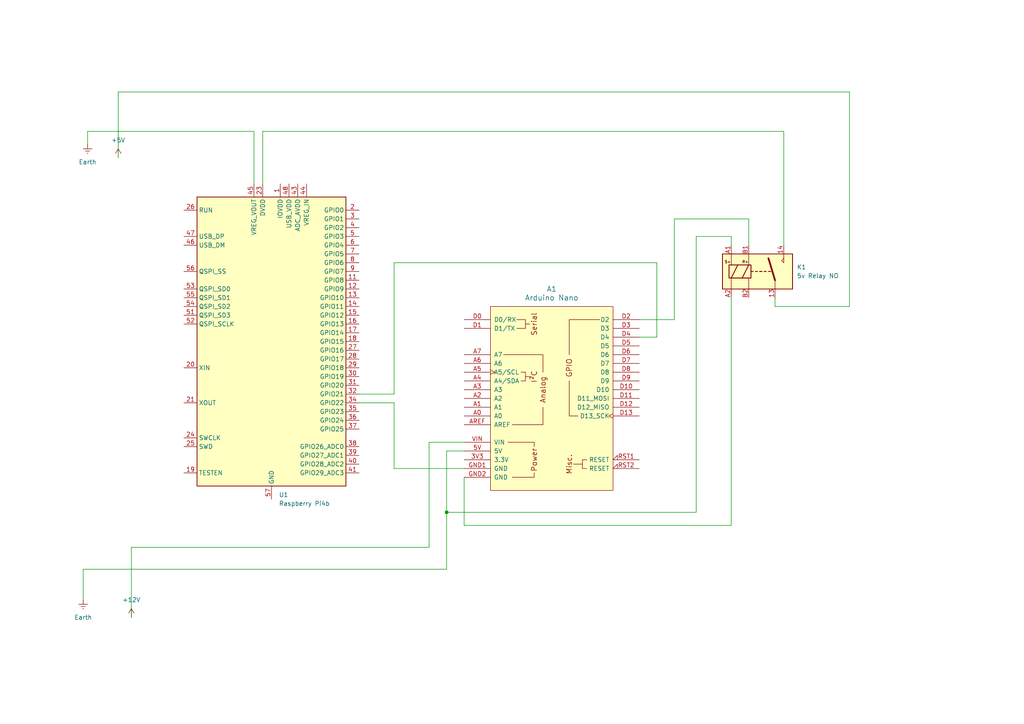
<source format=kicad_sch>
(kicad_sch
	(version 20250114)
	(generator "eeschema")
	(generator_version "9.0")
	(uuid "2323577b-cad3-4f70-b734-06368b53e30c")
	(paper "A4")
	(title_block
		(title "Arduino-based Relay to trigger cold restart of Pi")
		(rev "1.0")
	)
	(lib_symbols
		(symbol "MCU_RaspberryPi:RP2040"
			(exclude_from_sim no)
			(in_bom yes)
			(on_board yes)
			(property "Reference" "U"
				(at 17.78 45.72 0)
				(effects
					(font
						(size 1.27 1.27)
					)
				)
			)
			(property "Value" "RP2040"
				(at 17.78 43.18 0)
				(effects
					(font
						(size 1.27 1.27)
					)
				)
			)
			(property "Footprint" "Package_DFN_QFN:QFN-56-1EP_7x7mm_P0.4mm_EP3.2x3.2mm"
				(at 0 0 0)
				(effects
					(font
						(size 1.27 1.27)
					)
					(hide yes)
				)
			)
			(property "Datasheet" "https://datasheets.raspberrypi.com/rp2040/rp2040-datasheet.pdf"
				(at 0 0 0)
				(effects
					(font
						(size 1.27 1.27)
					)
					(hide yes)
				)
			)
			(property "Description" "A microcontroller by Raspberry Pi"
				(at 0 0 0)
				(effects
					(font
						(size 1.27 1.27)
					)
					(hide yes)
				)
			)
			(property "ki_keywords" "RP2040 ARM Cortex-M0+ USB"
				(at 0 0 0)
				(effects
					(font
						(size 1.27 1.27)
					)
					(hide yes)
				)
			)
			(property "ki_fp_filters" "QFN*1EP*7x7mm?P0.4mm*"
				(at 0 0 0)
				(effects
					(font
						(size 1.27 1.27)
					)
					(hide yes)
				)
			)
			(symbol "RP2040_0_1"
				(rectangle
					(start -21.59 41.91)
					(end 21.59 -41.91)
					(stroke
						(width 0.254)
						(type default)
					)
					(fill
						(type background)
					)
				)
			)
			(symbol "RP2040_1_1"
				(pin input line
					(at -25.4 38.1 0)
					(length 3.81)
					(name "RUN"
						(effects
							(font
								(size 1.27 1.27)
							)
						)
					)
					(number "26"
						(effects
							(font
								(size 1.27 1.27)
							)
						)
					)
				)
				(pin bidirectional line
					(at -25.4 30.48 0)
					(length 3.81)
					(name "USB_DP"
						(effects
							(font
								(size 1.27 1.27)
							)
						)
					)
					(number "47"
						(effects
							(font
								(size 1.27 1.27)
							)
						)
					)
				)
				(pin bidirectional line
					(at -25.4 27.94 0)
					(length 3.81)
					(name "USB_DM"
						(effects
							(font
								(size 1.27 1.27)
							)
						)
					)
					(number "46"
						(effects
							(font
								(size 1.27 1.27)
							)
						)
					)
				)
				(pin bidirectional line
					(at -25.4 20.32 0)
					(length 3.81)
					(name "QSPI_SS"
						(effects
							(font
								(size 1.27 1.27)
							)
						)
					)
					(number "56"
						(effects
							(font
								(size 1.27 1.27)
							)
						)
					)
				)
				(pin bidirectional line
					(at -25.4 15.24 0)
					(length 3.81)
					(name "QSPI_SD0"
						(effects
							(font
								(size 1.27 1.27)
							)
						)
					)
					(number "53"
						(effects
							(font
								(size 1.27 1.27)
							)
						)
					)
				)
				(pin bidirectional line
					(at -25.4 12.7 0)
					(length 3.81)
					(name "QSPI_SD1"
						(effects
							(font
								(size 1.27 1.27)
							)
						)
					)
					(number "55"
						(effects
							(font
								(size 1.27 1.27)
							)
						)
					)
				)
				(pin bidirectional line
					(at -25.4 10.16 0)
					(length 3.81)
					(name "QSPI_SD2"
						(effects
							(font
								(size 1.27 1.27)
							)
						)
					)
					(number "54"
						(effects
							(font
								(size 1.27 1.27)
							)
						)
					)
				)
				(pin bidirectional line
					(at -25.4 7.62 0)
					(length 3.81)
					(name "QSPI_SD3"
						(effects
							(font
								(size 1.27 1.27)
							)
						)
					)
					(number "51"
						(effects
							(font
								(size 1.27 1.27)
							)
						)
					)
				)
				(pin output line
					(at -25.4 5.08 0)
					(length 3.81)
					(name "QSPI_SCLK"
						(effects
							(font
								(size 1.27 1.27)
							)
						)
					)
					(number "52"
						(effects
							(font
								(size 1.27 1.27)
							)
						)
					)
				)
				(pin input line
					(at -25.4 -7.62 0)
					(length 3.81)
					(name "XIN"
						(effects
							(font
								(size 1.27 1.27)
							)
						)
					)
					(number "20"
						(effects
							(font
								(size 1.27 1.27)
							)
						)
					)
				)
				(pin passive line
					(at -25.4 -17.78 0)
					(length 3.81)
					(name "XOUT"
						(effects
							(font
								(size 1.27 1.27)
							)
						)
					)
					(number "21"
						(effects
							(font
								(size 1.27 1.27)
							)
						)
					)
				)
				(pin input line
					(at -25.4 -27.94 0)
					(length 3.81)
					(name "SWCLK"
						(effects
							(font
								(size 1.27 1.27)
							)
						)
					)
					(number "24"
						(effects
							(font
								(size 1.27 1.27)
							)
						)
					)
				)
				(pin bidirectional line
					(at -25.4 -30.48 0)
					(length 3.81)
					(name "SWD"
						(effects
							(font
								(size 1.27 1.27)
							)
						)
					)
					(number "25"
						(effects
							(font
								(size 1.27 1.27)
							)
						)
					)
				)
				(pin input line
					(at -25.4 -38.1 0)
					(length 3.81)
					(name "TESTEN"
						(effects
							(font
								(size 1.27 1.27)
							)
						)
					)
					(number "19"
						(effects
							(font
								(size 1.27 1.27)
							)
						)
					)
				)
				(pin power_out line
					(at -5.08 45.72 270)
					(length 3.81)
					(name "VREG_VOUT"
						(effects
							(font
								(size 1.27 1.27)
							)
						)
					)
					(number "45"
						(effects
							(font
								(size 1.27 1.27)
							)
						)
					)
				)
				(pin power_in line
					(at -2.54 45.72 270)
					(length 3.81)
					(name "DVDD"
						(effects
							(font
								(size 1.27 1.27)
							)
						)
					)
					(number "23"
						(effects
							(font
								(size 1.27 1.27)
							)
						)
					)
				)
				(pin passive line
					(at -2.54 45.72 270)
					(length 3.81)
					(hide yes)
					(name "DVDD"
						(effects
							(font
								(size 1.27 1.27)
							)
						)
					)
					(number "50"
						(effects
							(font
								(size 1.27 1.27)
							)
						)
					)
				)
				(pin power_in line
					(at 0 -45.72 90)
					(length 3.81)
					(name "GND"
						(effects
							(font
								(size 1.27 1.27)
							)
						)
					)
					(number "57"
						(effects
							(font
								(size 1.27 1.27)
							)
						)
					)
				)
				(pin power_in line
					(at 2.54 45.72 270)
					(length 3.81)
					(name "IOVDD"
						(effects
							(font
								(size 1.27 1.27)
							)
						)
					)
					(number "1"
						(effects
							(font
								(size 1.27 1.27)
							)
						)
					)
				)
				(pin passive line
					(at 2.54 45.72 270)
					(length 3.81)
					(hide yes)
					(name "IOVDD"
						(effects
							(font
								(size 1.27 1.27)
							)
						)
					)
					(number "10"
						(effects
							(font
								(size 1.27 1.27)
							)
						)
					)
				)
				(pin passive line
					(at 2.54 45.72 270)
					(length 3.81)
					(hide yes)
					(name "IOVDD"
						(effects
							(font
								(size 1.27 1.27)
							)
						)
					)
					(number "22"
						(effects
							(font
								(size 1.27 1.27)
							)
						)
					)
				)
				(pin passive line
					(at 2.54 45.72 270)
					(length 3.81)
					(hide yes)
					(name "IOVDD"
						(effects
							(font
								(size 1.27 1.27)
							)
						)
					)
					(number "33"
						(effects
							(font
								(size 1.27 1.27)
							)
						)
					)
				)
				(pin passive line
					(at 2.54 45.72 270)
					(length 3.81)
					(hide yes)
					(name "IOVDD"
						(effects
							(font
								(size 1.27 1.27)
							)
						)
					)
					(number "42"
						(effects
							(font
								(size 1.27 1.27)
							)
						)
					)
				)
				(pin passive line
					(at 2.54 45.72 270)
					(length 3.81)
					(hide yes)
					(name "IOVDD"
						(effects
							(font
								(size 1.27 1.27)
							)
						)
					)
					(number "49"
						(effects
							(font
								(size 1.27 1.27)
							)
						)
					)
				)
				(pin power_in line
					(at 5.08 45.72 270)
					(length 3.81)
					(name "USB_VDD"
						(effects
							(font
								(size 1.27 1.27)
							)
						)
					)
					(number "48"
						(effects
							(font
								(size 1.27 1.27)
							)
						)
					)
				)
				(pin power_in line
					(at 7.62 45.72 270)
					(length 3.81)
					(name "ADC_AVDD"
						(effects
							(font
								(size 1.27 1.27)
							)
						)
					)
					(number "43"
						(effects
							(font
								(size 1.27 1.27)
							)
						)
					)
				)
				(pin power_in line
					(at 10.16 45.72 270)
					(length 3.81)
					(name "VREG_IN"
						(effects
							(font
								(size 1.27 1.27)
							)
						)
					)
					(number "44"
						(effects
							(font
								(size 1.27 1.27)
							)
						)
					)
				)
				(pin bidirectional line
					(at 25.4 38.1 180)
					(length 3.81)
					(name "GPIO0"
						(effects
							(font
								(size 1.27 1.27)
							)
						)
					)
					(number "2"
						(effects
							(font
								(size 1.27 1.27)
							)
						)
					)
				)
				(pin bidirectional line
					(at 25.4 35.56 180)
					(length 3.81)
					(name "GPIO1"
						(effects
							(font
								(size 1.27 1.27)
							)
						)
					)
					(number "3"
						(effects
							(font
								(size 1.27 1.27)
							)
						)
					)
				)
				(pin bidirectional line
					(at 25.4 33.02 180)
					(length 3.81)
					(name "GPIO2"
						(effects
							(font
								(size 1.27 1.27)
							)
						)
					)
					(number "4"
						(effects
							(font
								(size 1.27 1.27)
							)
						)
					)
				)
				(pin bidirectional line
					(at 25.4 30.48 180)
					(length 3.81)
					(name "GPIO3"
						(effects
							(font
								(size 1.27 1.27)
							)
						)
					)
					(number "5"
						(effects
							(font
								(size 1.27 1.27)
							)
						)
					)
				)
				(pin bidirectional line
					(at 25.4 27.94 180)
					(length 3.81)
					(name "GPIO4"
						(effects
							(font
								(size 1.27 1.27)
							)
						)
					)
					(number "6"
						(effects
							(font
								(size 1.27 1.27)
							)
						)
					)
				)
				(pin bidirectional line
					(at 25.4 25.4 180)
					(length 3.81)
					(name "GPIO5"
						(effects
							(font
								(size 1.27 1.27)
							)
						)
					)
					(number "7"
						(effects
							(font
								(size 1.27 1.27)
							)
						)
					)
				)
				(pin bidirectional line
					(at 25.4 22.86 180)
					(length 3.81)
					(name "GPIO6"
						(effects
							(font
								(size 1.27 1.27)
							)
						)
					)
					(number "8"
						(effects
							(font
								(size 1.27 1.27)
							)
						)
					)
				)
				(pin bidirectional line
					(at 25.4 20.32 180)
					(length 3.81)
					(name "GPIO7"
						(effects
							(font
								(size 1.27 1.27)
							)
						)
					)
					(number "9"
						(effects
							(font
								(size 1.27 1.27)
							)
						)
					)
				)
				(pin bidirectional line
					(at 25.4 17.78 180)
					(length 3.81)
					(name "GPIO8"
						(effects
							(font
								(size 1.27 1.27)
							)
						)
					)
					(number "11"
						(effects
							(font
								(size 1.27 1.27)
							)
						)
					)
				)
				(pin bidirectional line
					(at 25.4 15.24 180)
					(length 3.81)
					(name "GPIO9"
						(effects
							(font
								(size 1.27 1.27)
							)
						)
					)
					(number "12"
						(effects
							(font
								(size 1.27 1.27)
							)
						)
					)
				)
				(pin bidirectional line
					(at 25.4 12.7 180)
					(length 3.81)
					(name "GPIO10"
						(effects
							(font
								(size 1.27 1.27)
							)
						)
					)
					(number "13"
						(effects
							(font
								(size 1.27 1.27)
							)
						)
					)
				)
				(pin bidirectional line
					(at 25.4 10.16 180)
					(length 3.81)
					(name "GPIO11"
						(effects
							(font
								(size 1.27 1.27)
							)
						)
					)
					(number "14"
						(effects
							(font
								(size 1.27 1.27)
							)
						)
					)
				)
				(pin bidirectional line
					(at 25.4 7.62 180)
					(length 3.81)
					(name "GPIO12"
						(effects
							(font
								(size 1.27 1.27)
							)
						)
					)
					(number "15"
						(effects
							(font
								(size 1.27 1.27)
							)
						)
					)
				)
				(pin bidirectional line
					(at 25.4 5.08 180)
					(length 3.81)
					(name "GPIO13"
						(effects
							(font
								(size 1.27 1.27)
							)
						)
					)
					(number "16"
						(effects
							(font
								(size 1.27 1.27)
							)
						)
					)
				)
				(pin bidirectional line
					(at 25.4 2.54 180)
					(length 3.81)
					(name "GPIO14"
						(effects
							(font
								(size 1.27 1.27)
							)
						)
					)
					(number "17"
						(effects
							(font
								(size 1.27 1.27)
							)
						)
					)
				)
				(pin bidirectional line
					(at 25.4 0 180)
					(length 3.81)
					(name "GPIO15"
						(effects
							(font
								(size 1.27 1.27)
							)
						)
					)
					(number "18"
						(effects
							(font
								(size 1.27 1.27)
							)
						)
					)
				)
				(pin bidirectional line
					(at 25.4 -2.54 180)
					(length 3.81)
					(name "GPIO16"
						(effects
							(font
								(size 1.27 1.27)
							)
						)
					)
					(number "27"
						(effects
							(font
								(size 1.27 1.27)
							)
						)
					)
				)
				(pin bidirectional line
					(at 25.4 -5.08 180)
					(length 3.81)
					(name "GPIO17"
						(effects
							(font
								(size 1.27 1.27)
							)
						)
					)
					(number "28"
						(effects
							(font
								(size 1.27 1.27)
							)
						)
					)
				)
				(pin bidirectional line
					(at 25.4 -7.62 180)
					(length 3.81)
					(name "GPIO18"
						(effects
							(font
								(size 1.27 1.27)
							)
						)
					)
					(number "29"
						(effects
							(font
								(size 1.27 1.27)
							)
						)
					)
				)
				(pin bidirectional line
					(at 25.4 -10.16 180)
					(length 3.81)
					(name "GPIO19"
						(effects
							(font
								(size 1.27 1.27)
							)
						)
					)
					(number "30"
						(effects
							(font
								(size 1.27 1.27)
							)
						)
					)
				)
				(pin bidirectional line
					(at 25.4 -12.7 180)
					(length 3.81)
					(name "GPIO20"
						(effects
							(font
								(size 1.27 1.27)
							)
						)
					)
					(number "31"
						(effects
							(font
								(size 1.27 1.27)
							)
						)
					)
				)
				(pin bidirectional line
					(at 25.4 -15.24 180)
					(length 3.81)
					(name "GPIO21"
						(effects
							(font
								(size 1.27 1.27)
							)
						)
					)
					(number "32"
						(effects
							(font
								(size 1.27 1.27)
							)
						)
					)
				)
				(pin bidirectional line
					(at 25.4 -17.78 180)
					(length 3.81)
					(name "GPIO22"
						(effects
							(font
								(size 1.27 1.27)
							)
						)
					)
					(number "34"
						(effects
							(font
								(size 1.27 1.27)
							)
						)
					)
				)
				(pin bidirectional line
					(at 25.4 -20.32 180)
					(length 3.81)
					(name "GPIO23"
						(effects
							(font
								(size 1.27 1.27)
							)
						)
					)
					(number "35"
						(effects
							(font
								(size 1.27 1.27)
							)
						)
					)
				)
				(pin bidirectional line
					(at 25.4 -22.86 180)
					(length 3.81)
					(name "GPIO24"
						(effects
							(font
								(size 1.27 1.27)
							)
						)
					)
					(number "36"
						(effects
							(font
								(size 1.27 1.27)
							)
						)
					)
				)
				(pin bidirectional line
					(at 25.4 -25.4 180)
					(length 3.81)
					(name "GPIO25"
						(effects
							(font
								(size 1.27 1.27)
							)
						)
					)
					(number "37"
						(effects
							(font
								(size 1.27 1.27)
							)
						)
					)
				)
				(pin bidirectional line
					(at 25.4 -30.48 180)
					(length 3.81)
					(name "GPIO26_ADC0"
						(effects
							(font
								(size 1.27 1.27)
							)
						)
					)
					(number "38"
						(effects
							(font
								(size 1.27 1.27)
							)
						)
					)
				)
				(pin bidirectional line
					(at 25.4 -33.02 180)
					(length 3.81)
					(name "GPIO27_ADC1"
						(effects
							(font
								(size 1.27 1.27)
							)
						)
					)
					(number "39"
						(effects
							(font
								(size 1.27 1.27)
							)
						)
					)
				)
				(pin bidirectional line
					(at 25.4 -35.56 180)
					(length 3.81)
					(name "GPIO28_ADC2"
						(effects
							(font
								(size 1.27 1.27)
							)
						)
					)
					(number "40"
						(effects
							(font
								(size 1.27 1.27)
							)
						)
					)
				)
				(pin bidirectional line
					(at 25.4 -38.1 180)
					(length 3.81)
					(name "GPIO29_ADC3"
						(effects
							(font
								(size 1.27 1.27)
							)
						)
					)
					(number "41"
						(effects
							(font
								(size 1.27 1.27)
							)
						)
					)
				)
			)
			(embedded_fonts no)
		)
		(symbol "PCM_arduino-library:Arduino_Nano_Every_Socket"
			(pin_names
				(offset 1.016)
			)
			(exclude_from_sim no)
			(in_bom yes)
			(on_board yes)
			(property "Reference" "A"
				(at 0 33.02 0)
				(effects
					(font
						(size 1.524 1.524)
					)
				)
			)
			(property "Value" "Arduino_Nano_Every_Socket"
				(at 0 29.21 0)
				(effects
					(font
						(size 1.524 1.524)
					)
				)
			)
			(property "Footprint" "PCM_arduino-library:Arduino_Nano_Every_Socket"
				(at 0 -34.29 0)
				(effects
					(font
						(size 1.524 1.524)
					)
					(hide yes)
				)
			)
			(property "Datasheet" "https://docs.arduino.cc/hardware/nano-every"
				(at 0 -30.48 0)
				(effects
					(font
						(size 1.524 1.524)
					)
					(hide yes)
				)
			)
			(property "Description" "Socket for Arduino Nano Every"
				(at 0 0 0)
				(effects
					(font
						(size 1.27 1.27)
					)
					(hide yes)
				)
			)
			(property "ki_keywords" "Arduino MPU Shield"
				(at 0 0 0)
				(effects
					(font
						(size 1.27 1.27)
					)
					(hide yes)
				)
			)
			(property "ki_fp_filters" "Arduino_Nano_Every_Socket"
				(at 0 0 0)
				(effects
					(font
						(size 1.27 1.27)
					)
					(hide yes)
				)
			)
			(symbol "Arduino_Nano_Every_Socket_0_0"
				(rectangle
					(start -17.78 26.67)
					(end 17.78 -26.67)
					(stroke
						(width 0)
						(type default)
					)
					(fill
						(type background)
					)
				)
				(polyline
					(pts
						(xy -11.43 -22.86) (xy -5.08 -22.86) (xy -5.08 -21.59)
					)
					(stroke
						(width 0)
						(type default)
					)
					(fill
						(type none)
					)
				)
				(polyline
					(pts
						(xy -10.16 22.86) (xy -7.62 22.86) (xy -7.62 20.32) (xy -10.16 20.32)
					)
					(stroke
						(width 0)
						(type default)
					)
					(fill
						(type none)
					)
				)
				(polyline
					(pts
						(xy -8.89 7.62) (xy -7.62 7.62) (xy -7.62 5.08) (xy -8.89 5.08)
					)
					(stroke
						(width 0)
						(type default)
					)
					(fill
						(type none)
					)
				)
				(polyline
					(pts
						(xy -7.62 21.59) (xy -6.35 21.59)
					)
					(stroke
						(width 0)
						(type default)
					)
					(fill
						(type none)
					)
				)
				(polyline
					(pts
						(xy -7.62 6.35) (xy -6.35 6.35)
					)
					(stroke
						(width 0)
						(type default)
					)
					(fill
						(type none)
					)
				)
				(polyline
					(pts
						(xy -5.08 -13.97) (xy -5.08 -12.7) (xy -12.7 -12.7)
					)
					(stroke
						(width 0)
						(type default)
					)
					(fill
						(type none)
					)
				)
				(polyline
					(pts
						(xy 8.89 -19.05) (xy 6.35 -19.05)
					)
					(stroke
						(width 0)
						(type default)
					)
					(fill
						(type none)
					)
				)
				(text "Serial"
					(at -5.08 21.59 900)
					(effects
						(font
							(size 1.524 1.524)
						)
					)
				)
				(text "I²C"
					(at -5.08 6.35 900)
					(effects
						(font
							(size 1.524 1.524)
						)
					)
				)
				(text "Power"
					(at -5.08 -17.78 900)
					(effects
						(font
							(size 1.524 1.524)
						)
					)
				)
				(text "Analog"
					(at -2.54 2.54 900)
					(effects
						(font
							(size 1.524 1.524)
						)
					)
				)
				(text "Misc."
					(at 5.08 -19.05 900)
					(effects
						(font
							(size 1.524 1.524)
						)
					)
				)
			)
			(symbol "Arduino_Nano_Every_Socket_0_1"
				(polyline
					(pts
						(xy -13.97 12.7) (xy -2.54 12.7) (xy -2.54 7.62)
					)
					(stroke
						(width 0)
						(type default)
					)
					(fill
						(type none)
					)
				)
				(polyline
					(pts
						(xy -11.43 -7.62) (xy -2.54 -7.62) (xy -2.54 -2.54)
					)
					(stroke
						(width 0)
						(type default)
					)
					(fill
						(type none)
					)
				)
				(polyline
					(pts
						(xy 7.62 -5.08) (xy 5.08 -5.08) (xy 5.08 5.08)
					)
					(stroke
						(width 0)
						(type default)
					)
					(fill
						(type none)
					)
				)
				(polyline
					(pts
						(xy 10.16 -17.78) (xy 8.89 -17.78) (xy 8.89 -20.32) (xy 10.16 -20.32)
					)
					(stroke
						(width 0)
						(type default)
					)
					(fill
						(type none)
					)
				)
				(polyline
					(pts
						(xy 13.97 22.86) (xy 5.08 22.86) (xy 5.08 12.7)
					)
					(stroke
						(width 0)
						(type default)
					)
					(fill
						(type none)
					)
				)
			)
			(symbol "Arduino_Nano_Every_Socket_1_0"
				(text "GPIO"
					(at 5.08 8.89 900)
					(effects
						(font
							(size 1.524 1.524)
						)
					)
				)
			)
			(symbol "Arduino_Nano_Every_Socket_1_1"
				(pin bidirectional line
					(at -25.4 22.86 0)
					(length 7.62)
					(name "D0/RX"
						(effects
							(font
								(size 1.27 1.27)
							)
						)
					)
					(number "D0"
						(effects
							(font
								(size 1.27 1.27)
							)
						)
					)
				)
				(pin bidirectional line
					(at -25.4 20.32 0)
					(length 7.62)
					(name "D1/TX"
						(effects
							(font
								(size 1.27 1.27)
							)
						)
					)
					(number "D1"
						(effects
							(font
								(size 1.27 1.27)
							)
						)
					)
				)
				(pin input line
					(at -25.4 12.7 0)
					(length 7.62)
					(name "A7"
						(effects
							(font
								(size 1.27 1.27)
							)
						)
					)
					(number "A7"
						(effects
							(font
								(size 1.27 1.27)
							)
						)
					)
				)
				(pin input line
					(at -25.4 10.16 0)
					(length 7.62)
					(name "A6"
						(effects
							(font
								(size 1.27 1.27)
							)
						)
					)
					(number "A6"
						(effects
							(font
								(size 1.27 1.27)
							)
						)
					)
				)
				(pin bidirectional clock
					(at -25.4 7.62 0)
					(length 7.62)
					(name "A5/SCL"
						(effects
							(font
								(size 1.27 1.27)
							)
						)
					)
					(number "A5"
						(effects
							(font
								(size 1.27 1.27)
							)
						)
					)
				)
				(pin bidirectional line
					(at -25.4 5.08 0)
					(length 7.62)
					(name "A4/SDA"
						(effects
							(font
								(size 1.27 1.27)
							)
						)
					)
					(number "A4"
						(effects
							(font
								(size 1.27 1.27)
							)
						)
					)
				)
				(pin bidirectional line
					(at -25.4 2.54 0)
					(length 7.62)
					(name "A3"
						(effects
							(font
								(size 1.27 1.27)
							)
						)
					)
					(number "A3"
						(effects
							(font
								(size 1.27 1.27)
							)
						)
					)
				)
				(pin bidirectional line
					(at -25.4 0 0)
					(length 7.62)
					(name "A2"
						(effects
							(font
								(size 1.27 1.27)
							)
						)
					)
					(number "A2"
						(effects
							(font
								(size 1.27 1.27)
							)
						)
					)
				)
				(pin bidirectional line
					(at -25.4 -2.54 0)
					(length 7.62)
					(name "A1"
						(effects
							(font
								(size 1.27 1.27)
							)
						)
					)
					(number "A1"
						(effects
							(font
								(size 1.27 1.27)
							)
						)
					)
				)
				(pin bidirectional line
					(at -25.4 -5.08 0)
					(length 7.62)
					(name "A0"
						(effects
							(font
								(size 1.27 1.27)
							)
						)
					)
					(number "A0"
						(effects
							(font
								(size 1.27 1.27)
							)
						)
					)
				)
				(pin input line
					(at -25.4 -7.62 0)
					(length 7.62)
					(name "AREF"
						(effects
							(font
								(size 1.27 1.27)
							)
						)
					)
					(number "AREF"
						(effects
							(font
								(size 1.27 1.27)
							)
						)
					)
				)
				(pin power_in line
					(at -25.4 -12.7 0)
					(length 7.62)
					(name "VIN"
						(effects
							(font
								(size 1.27 1.27)
							)
						)
					)
					(number "VIN"
						(effects
							(font
								(size 1.27 1.27)
							)
						)
					)
				)
				(pin power_in line
					(at -25.4 -15.24 0)
					(length 7.62)
					(name "5V"
						(effects
							(font
								(size 1.27 1.27)
							)
						)
					)
					(number "5V"
						(effects
							(font
								(size 1.27 1.27)
							)
						)
					)
				)
				(pin power_out line
					(at -25.4 -17.78 0)
					(length 7.62)
					(name "3.3V"
						(effects
							(font
								(size 1.27 1.27)
							)
						)
					)
					(number "3V3"
						(effects
							(font
								(size 1.27 1.27)
							)
						)
					)
				)
				(pin power_in line
					(at -25.4 -20.32 0)
					(length 7.62)
					(name "GND"
						(effects
							(font
								(size 1.27 1.27)
							)
						)
					)
					(number "GND1"
						(effects
							(font
								(size 1.27 1.27)
							)
						)
					)
				)
				(pin power_in line
					(at -25.4 -22.86 0)
					(length 7.62)
					(name "GND"
						(effects
							(font
								(size 1.27 1.27)
							)
						)
					)
					(number "GND2"
						(effects
							(font
								(size 1.27 1.27)
							)
						)
					)
				)
				(pin bidirectional line
					(at 25.4 22.86 180)
					(length 7.62)
					(name "D2"
						(effects
							(font
								(size 1.27 1.27)
							)
						)
					)
					(number "D2"
						(effects
							(font
								(size 1.27 1.27)
							)
						)
					)
				)
				(pin bidirectional line
					(at 25.4 20.32 180)
					(length 7.62)
					(name "D3"
						(effects
							(font
								(size 1.27 1.27)
							)
						)
					)
					(number "D3"
						(effects
							(font
								(size 1.27 1.27)
							)
						)
					)
				)
				(pin bidirectional line
					(at 25.4 17.78 180)
					(length 7.62)
					(name "D4"
						(effects
							(font
								(size 1.27 1.27)
							)
						)
					)
					(number "D4"
						(effects
							(font
								(size 1.27 1.27)
							)
						)
					)
				)
				(pin bidirectional line
					(at 25.4 15.24 180)
					(length 7.62)
					(name "D5"
						(effects
							(font
								(size 1.27 1.27)
							)
						)
					)
					(number "D5"
						(effects
							(font
								(size 1.27 1.27)
							)
						)
					)
				)
				(pin bidirectional line
					(at 25.4 12.7 180)
					(length 7.62)
					(name "D6"
						(effects
							(font
								(size 1.27 1.27)
							)
						)
					)
					(number "D6"
						(effects
							(font
								(size 1.27 1.27)
							)
						)
					)
				)
				(pin bidirectional line
					(at 25.4 10.16 180)
					(length 7.62)
					(name "D7"
						(effects
							(font
								(size 1.27 1.27)
							)
						)
					)
					(number "D7"
						(effects
							(font
								(size 1.27 1.27)
							)
						)
					)
				)
				(pin bidirectional line
					(at 25.4 7.62 180)
					(length 7.62)
					(name "D8"
						(effects
							(font
								(size 1.27 1.27)
							)
						)
					)
					(number "D8"
						(effects
							(font
								(size 1.27 1.27)
							)
						)
					)
				)
				(pin bidirectional line
					(at 25.4 5.08 180)
					(length 7.62)
					(name "D9"
						(effects
							(font
								(size 1.27 1.27)
							)
						)
					)
					(number "D9"
						(effects
							(font
								(size 1.27 1.27)
							)
						)
					)
				)
				(pin bidirectional line
					(at 25.4 2.54 180)
					(length 7.62)
					(name "D10"
						(effects
							(font
								(size 1.27 1.27)
							)
						)
					)
					(number "D10"
						(effects
							(font
								(size 1.27 1.27)
							)
						)
					)
				)
				(pin bidirectional line
					(at 25.4 0 180)
					(length 7.62)
					(name "D11_MOSI"
						(effects
							(font
								(size 1.27 1.27)
							)
						)
					)
					(number "D11"
						(effects
							(font
								(size 1.27 1.27)
							)
						)
					)
				)
				(pin bidirectional line
					(at 25.4 -2.54 180)
					(length 7.62)
					(name "D12_MISO"
						(effects
							(font
								(size 1.27 1.27)
							)
						)
					)
					(number "D12"
						(effects
							(font
								(size 1.27 1.27)
							)
						)
					)
				)
				(pin bidirectional clock
					(at 25.4 -5.08 180)
					(length 7.62)
					(name "D13_SCK"
						(effects
							(font
								(size 1.27 1.27)
							)
						)
					)
					(number "D13"
						(effects
							(font
								(size 1.27 1.27)
							)
						)
					)
				)
				(pin open_collector input_low
					(at 25.4 -17.78 180)
					(length 7.62)
					(name "RESET"
						(effects
							(font
								(size 1.27 1.27)
							)
						)
					)
					(number "RST1"
						(effects
							(font
								(size 1.27 1.27)
							)
						)
					)
				)
				(pin open_collector input_low
					(at 25.4 -20.32 180)
					(length 7.62)
					(name "RESET"
						(effects
							(font
								(size 1.27 1.27)
							)
						)
					)
					(number "RST2"
						(effects
							(font
								(size 1.27 1.27)
							)
						)
					)
				)
			)
			(embedded_fonts no)
		)
		(symbol "Relay:Relay_SPST_Latching_2coil"
			(exclude_from_sim no)
			(in_bom yes)
			(on_board yes)
			(property "Reference" "K"
				(at 12.065 3.81 0)
				(effects
					(font
						(size 1.27 1.27)
					)
				)
			)
			(property "Value" "Relay_SPST_Latching_2coil"
				(at 11.43 1.27 0)
				(effects
					(font
						(size 1.27 1.27)
					)
					(justify left)
				)
			)
			(property "Footprint" ""
				(at 33.655 -1.27 0)
				(effects
					(font
						(size 1.27 1.27)
					)
					(hide yes)
				)
			)
			(property "Datasheet" "~"
				(at 0 0 0)
				(effects
					(font
						(size 1.27 1.27)
					)
					(justify left)
					(hide yes)
				)
			)
			(property "Description" "Relay SPST, bistable, double-coil, EN50005"
				(at 0 0 0)
				(effects
					(font
						(size 1.27 1.27)
					)
					(hide yes)
				)
			)
			(property "ki_keywords" "1P1T single pole throw latching"
				(at 0 0 0)
				(effects
					(font
						(size 1.27 1.27)
					)
					(hide yes)
				)
			)
			(property "ki_fp_filters" "Relay?SPST*"
				(at 0 0 0)
				(effects
					(font
						(size 1.27 1.27)
					)
					(hide yes)
				)
			)
			(symbol "Relay_SPST_Latching_2coil_0_1"
				(polyline
					(pts
						(xy -7.62 5.08) (xy -7.62 1.905)
					)
					(stroke
						(width 0)
						(type default)
					)
					(fill
						(type none)
					)
				)
				(polyline
					(pts
						(xy -7.62 -5.08) (xy -7.62 -1.905)
					)
					(stroke
						(width 0)
						(type default)
					)
					(fill
						(type none)
					)
				)
				(polyline
					(pts
						(xy -2.54 5.08) (xy -2.54 1.905)
					)
					(stroke
						(width 0)
						(type default)
					)
					(fill
						(type none)
					)
				)
				(polyline
					(pts
						(xy -2.54 -5.08) (xy -2.54 -1.905)
					)
					(stroke
						(width 0)
						(type default)
					)
					(fill
						(type none)
					)
				)
			)
			(symbol "Relay_SPST_Latching_2coil_1_0"
				(text "S+"
					(at -8.636 2.794 0)
					(effects
						(font
							(size 0.762 0.762)
						)
					)
				)
				(text "R+"
					(at -3.556 2.794 0)
					(effects
						(font
							(size 0.762 0.762)
						)
					)
				)
			)
			(symbol "Relay_SPST_Latching_2coil_1_1"
				(rectangle
					(start -10.16 5.08)
					(end 10.16 -5.08)
					(stroke
						(width 0.254)
						(type default)
					)
					(fill
						(type background)
					)
				)
				(rectangle
					(start -8.255 1.905)
					(end -1.905 -1.905)
					(stroke
						(width 0.254)
						(type default)
					)
					(fill
						(type none)
					)
				)
				(polyline
					(pts
						(xy -7.62 -1.905) (xy -5.715 1.905)
					)
					(stroke
						(width 0.254)
						(type default)
					)
					(fill
						(type none)
					)
				)
				(polyline
					(pts
						(xy -4.445 -1.905) (xy -2.54 1.905)
					)
					(stroke
						(width 0.254)
						(type default)
					)
					(fill
						(type none)
					)
				)
				(polyline
					(pts
						(xy -1.905 0) (xy -1.27 0)
					)
					(stroke
						(width 0.254)
						(type default)
					)
					(fill
						(type none)
					)
				)
				(polyline
					(pts
						(xy -0.635 0) (xy 0 0)
					)
					(stroke
						(width 0.254)
						(type default)
					)
					(fill
						(type none)
					)
				)
				(polyline
					(pts
						(xy 0.635 0) (xy 1.27 0)
					)
					(stroke
						(width 0.254)
						(type default)
					)
					(fill
						(type none)
					)
				)
				(polyline
					(pts
						(xy 0.635 0) (xy 1.27 0)
					)
					(stroke
						(width 0.254)
						(type default)
					)
					(fill
						(type none)
					)
				)
				(polyline
					(pts
						(xy 1.905 0) (xy 2.54 0)
					)
					(stroke
						(width 0.254)
						(type default)
					)
					(fill
						(type none)
					)
				)
				(polyline
					(pts
						(xy 3.175 0) (xy 3.81 0)
					)
					(stroke
						(width 0.254)
						(type default)
					)
					(fill
						(type none)
					)
				)
				(polyline
					(pts
						(xy 5.08 -2.54) (xy 3.175 3.81)
					)
					(stroke
						(width 0.508)
						(type default)
					)
					(fill
						(type none)
					)
				)
				(polyline
					(pts
						(xy 5.08 -2.54) (xy 5.08 -5.08)
					)
					(stroke
						(width 0)
						(type default)
					)
					(fill
						(type none)
					)
				)
				(polyline
					(pts
						(xy 7.62 3.81) (xy 7.62 5.08)
					)
					(stroke
						(width 0)
						(type default)
					)
					(fill
						(type none)
					)
				)
				(polyline
					(pts
						(xy 7.62 3.81) (xy 7.62 2.54) (xy 6.985 3.175) (xy 7.62 3.81)
					)
					(stroke
						(width 0)
						(type default)
					)
					(fill
						(type none)
					)
				)
				(pin passive line
					(at -7.62 7.62 270)
					(length 2.54)
					(name "~"
						(effects
							(font
								(size 1.27 1.27)
							)
						)
					)
					(number "A1"
						(effects
							(font
								(size 1.27 1.27)
							)
						)
					)
				)
				(pin passive line
					(at -7.62 -7.62 90)
					(length 2.54)
					(name "~"
						(effects
							(font
								(size 1.27 1.27)
							)
						)
					)
					(number "A2"
						(effects
							(font
								(size 1.27 1.27)
							)
						)
					)
				)
				(pin passive line
					(at -2.54 7.62 270)
					(length 2.54)
					(name "~"
						(effects
							(font
								(size 1.27 1.27)
							)
						)
					)
					(number "B1"
						(effects
							(font
								(size 1.27 1.27)
							)
						)
					)
				)
				(pin passive line
					(at -2.54 -7.62 90)
					(length 2.54)
					(name "~"
						(effects
							(font
								(size 1.27 1.27)
							)
						)
					)
					(number "B2"
						(effects
							(font
								(size 1.27 1.27)
							)
						)
					)
				)
				(pin passive line
					(at 5.08 -7.62 90)
					(length 2.54)
					(name "~"
						(effects
							(font
								(size 1.27 1.27)
							)
						)
					)
					(number "13"
						(effects
							(font
								(size 1.27 1.27)
							)
						)
					)
				)
				(pin passive line
					(at 7.62 7.62 270)
					(length 2.54)
					(name "~"
						(effects
							(font
								(size 1.27 1.27)
							)
						)
					)
					(number "14"
						(effects
							(font
								(size 1.27 1.27)
							)
						)
					)
				)
			)
			(embedded_fonts no)
		)
		(symbol "power:+12V"
			(power)
			(pin_numbers
				(hide yes)
			)
			(pin_names
				(offset 0)
				(hide yes)
			)
			(exclude_from_sim no)
			(in_bom yes)
			(on_board yes)
			(property "Reference" "#PWR"
				(at 0 -3.81 0)
				(effects
					(font
						(size 1.27 1.27)
					)
					(hide yes)
				)
			)
			(property "Value" "+12V"
				(at 0 3.556 0)
				(effects
					(font
						(size 1.27 1.27)
					)
				)
			)
			(property "Footprint" ""
				(at 0 0 0)
				(effects
					(font
						(size 1.27 1.27)
					)
					(hide yes)
				)
			)
			(property "Datasheet" ""
				(at 0 0 0)
				(effects
					(font
						(size 1.27 1.27)
					)
					(hide yes)
				)
			)
			(property "Description" "Power symbol creates a global label with name \"+12V\""
				(at 0 0 0)
				(effects
					(font
						(size 1.27 1.27)
					)
					(hide yes)
				)
			)
			(property "ki_keywords" "global power"
				(at 0 0 0)
				(effects
					(font
						(size 1.27 1.27)
					)
					(hide yes)
				)
			)
			(symbol "+12V_0_1"
				(polyline
					(pts
						(xy -0.762 1.27) (xy 0 2.54)
					)
					(stroke
						(width 0)
						(type default)
					)
					(fill
						(type none)
					)
				)
				(polyline
					(pts
						(xy 0 2.54) (xy 0.762 1.27)
					)
					(stroke
						(width 0)
						(type default)
					)
					(fill
						(type none)
					)
				)
				(polyline
					(pts
						(xy 0 0) (xy 0 2.54)
					)
					(stroke
						(width 0)
						(type default)
					)
					(fill
						(type none)
					)
				)
			)
			(symbol "+12V_1_1"
				(pin power_in line
					(at 0 0 90)
					(length 0)
					(name "~"
						(effects
							(font
								(size 1.27 1.27)
							)
						)
					)
					(number "1"
						(effects
							(font
								(size 1.27 1.27)
							)
						)
					)
				)
			)
			(embedded_fonts no)
		)
		(symbol "power:+5V"
			(power)
			(pin_numbers
				(hide yes)
			)
			(pin_names
				(offset 0)
				(hide yes)
			)
			(exclude_from_sim no)
			(in_bom yes)
			(on_board yes)
			(property "Reference" "#PWR"
				(at 0 -3.81 0)
				(effects
					(font
						(size 1.27 1.27)
					)
					(hide yes)
				)
			)
			(property "Value" "+5V"
				(at 0 3.556 0)
				(effects
					(font
						(size 1.27 1.27)
					)
				)
			)
			(property "Footprint" ""
				(at 0 0 0)
				(effects
					(font
						(size 1.27 1.27)
					)
					(hide yes)
				)
			)
			(property "Datasheet" ""
				(at 0 0 0)
				(effects
					(font
						(size 1.27 1.27)
					)
					(hide yes)
				)
			)
			(property "Description" "Power symbol creates a global label with name \"+5V\""
				(at 0 0 0)
				(effects
					(font
						(size 1.27 1.27)
					)
					(hide yes)
				)
			)
			(property "ki_keywords" "global power"
				(at 0 0 0)
				(effects
					(font
						(size 1.27 1.27)
					)
					(hide yes)
				)
			)
			(symbol "+5V_0_1"
				(polyline
					(pts
						(xy -0.762 1.27) (xy 0 2.54)
					)
					(stroke
						(width 0)
						(type default)
					)
					(fill
						(type none)
					)
				)
				(polyline
					(pts
						(xy 0 2.54) (xy 0.762 1.27)
					)
					(stroke
						(width 0)
						(type default)
					)
					(fill
						(type none)
					)
				)
				(polyline
					(pts
						(xy 0 0) (xy 0 2.54)
					)
					(stroke
						(width 0)
						(type default)
					)
					(fill
						(type none)
					)
				)
			)
			(symbol "+5V_1_1"
				(pin power_in line
					(at 0 0 90)
					(length 0)
					(name "~"
						(effects
							(font
								(size 1.27 1.27)
							)
						)
					)
					(number "1"
						(effects
							(font
								(size 1.27 1.27)
							)
						)
					)
				)
			)
			(embedded_fonts no)
		)
		(symbol "power:Earth"
			(power)
			(pin_numbers
				(hide yes)
			)
			(pin_names
				(offset 0)
				(hide yes)
			)
			(exclude_from_sim no)
			(in_bom yes)
			(on_board yes)
			(property "Reference" "#PWR"
				(at 0 -6.35 0)
				(effects
					(font
						(size 1.27 1.27)
					)
					(hide yes)
				)
			)
			(property "Value" "Earth"
				(at 0 -3.81 0)
				(effects
					(font
						(size 1.27 1.27)
					)
				)
			)
			(property "Footprint" ""
				(at 0 0 0)
				(effects
					(font
						(size 1.27 1.27)
					)
					(hide yes)
				)
			)
			(property "Datasheet" "~"
				(at 0 0 0)
				(effects
					(font
						(size 1.27 1.27)
					)
					(hide yes)
				)
			)
			(property "Description" "Power symbol creates a global label with name \"Earth\""
				(at 0 0 0)
				(effects
					(font
						(size 1.27 1.27)
					)
					(hide yes)
				)
			)
			(property "ki_keywords" "global ground gnd"
				(at 0 0 0)
				(effects
					(font
						(size 1.27 1.27)
					)
					(hide yes)
				)
			)
			(symbol "Earth_0_1"
				(polyline
					(pts
						(xy -0.635 -1.905) (xy 0.635 -1.905)
					)
					(stroke
						(width 0)
						(type default)
					)
					(fill
						(type none)
					)
				)
				(polyline
					(pts
						(xy -0.127 -2.54) (xy 0.127 -2.54)
					)
					(stroke
						(width 0)
						(type default)
					)
					(fill
						(type none)
					)
				)
				(polyline
					(pts
						(xy 0 -1.27) (xy 0 0)
					)
					(stroke
						(width 0)
						(type default)
					)
					(fill
						(type none)
					)
				)
				(polyline
					(pts
						(xy 1.27 -1.27) (xy -1.27 -1.27)
					)
					(stroke
						(width 0)
						(type default)
					)
					(fill
						(type none)
					)
				)
			)
			(symbol "Earth_1_1"
				(pin power_in line
					(at 0 0 270)
					(length 0)
					(name "~"
						(effects
							(font
								(size 1.27 1.27)
							)
						)
					)
					(number "1"
						(effects
							(font
								(size 1.27 1.27)
							)
						)
					)
				)
			)
			(embedded_fonts no)
		)
	)
	(junction
		(at 129.54 148.59)
		(diameter 0)
		(color 0 0 0 0)
		(uuid "78c0a266-6f69-4795-8468-c1561f09783d")
	)
	(wire
		(pts
			(xy 190.5 97.79) (xy 185.42 97.79)
		)
		(stroke
			(width 0)
			(type default)
		)
		(uuid "17f28d0f-663b-471c-a8d0-c471eee631dc")
	)
	(wire
		(pts
			(xy 190.5 76.2) (xy 190.5 97.79)
		)
		(stroke
			(width 0)
			(type default)
		)
		(uuid "1c3d8e7a-a2ee-4d5b-a110-75f12fd168ad")
	)
	(wire
		(pts
			(xy 38.1 179.07) (xy 38.1 158.75)
		)
		(stroke
			(width 0)
			(type default)
		)
		(uuid "258b4813-caf3-4267-8138-ad2faa0a5e38")
	)
	(wire
		(pts
			(xy 129.54 165.1) (xy 129.54 148.59)
		)
		(stroke
			(width 0)
			(type default)
		)
		(uuid "27eea937-e071-4502-9874-5da07d50d408")
	)
	(wire
		(pts
			(xy 227.33 71.12) (xy 227.33 38.1)
		)
		(stroke
			(width 0)
			(type default)
		)
		(uuid "30db86ae-66a1-42c0-9ba9-da77b4180d55")
	)
	(wire
		(pts
			(xy 25.4 38.1) (xy 25.4 41.91)
		)
		(stroke
			(width 0)
			(type default)
		)
		(uuid "32a19296-44c1-4a26-b4a3-4c675413c820")
	)
	(wire
		(pts
			(xy 34.29 45.72) (xy 34.29 26.67)
		)
		(stroke
			(width 0)
			(type default)
		)
		(uuid "36efde22-557c-48c0-864b-9c1e017a8831")
	)
	(wire
		(pts
			(xy 76.2 38.1) (xy 76.2 53.34)
		)
		(stroke
			(width 0)
			(type default)
		)
		(uuid "37a96674-273a-45cb-a5cd-3a50f46d783e")
	)
	(wire
		(pts
			(xy 217.17 63.5) (xy 217.17 71.12)
		)
		(stroke
			(width 0)
			(type default)
		)
		(uuid "38c4d2da-0410-421d-b7ce-9860dc12cc3f")
	)
	(wire
		(pts
			(xy 104.14 114.3) (xy 114.3 114.3)
		)
		(stroke
			(width 0)
			(type default)
		)
		(uuid "4463ce0e-8e08-4c16-93a8-a596fe11e4ab")
	)
	(wire
		(pts
			(xy 24.13 165.1) (xy 129.54 165.1)
		)
		(stroke
			(width 0)
			(type default)
		)
		(uuid "4b0fc5a7-b464-47d3-8793-50302e9acef7")
	)
	(wire
		(pts
			(xy 195.58 92.71) (xy 195.58 63.5)
		)
		(stroke
			(width 0)
			(type default)
		)
		(uuid "4c82d36d-7b77-4aab-85f9-bfb87b6ee89f")
	)
	(wire
		(pts
			(xy 201.93 148.59) (xy 201.93 68.58)
		)
		(stroke
			(width 0)
			(type default)
		)
		(uuid "56c27780-5cc1-4a20-b712-d275db9d2ca7")
	)
	(wire
		(pts
			(xy 201.93 68.58) (xy 212.09 68.58)
		)
		(stroke
			(width 0)
			(type default)
		)
		(uuid "5faefa1c-45d1-43e4-b771-2bbe91bd1248")
	)
	(wire
		(pts
			(xy 38.1 158.75) (xy 124.46 158.75)
		)
		(stroke
			(width 0)
			(type default)
		)
		(uuid "6209e4eb-5d84-486a-b42b-d57c96e355aa")
	)
	(wire
		(pts
			(xy 114.3 76.2) (xy 190.5 76.2)
		)
		(stroke
			(width 0)
			(type default)
		)
		(uuid "6cc2930c-965c-430e-bef8-4146a36da1d1")
	)
	(wire
		(pts
			(xy 114.3 116.84) (xy 114.3 135.89)
		)
		(stroke
			(width 0)
			(type default)
		)
		(uuid "77f8791f-8aee-4cd6-8c6c-aeffaf61b912")
	)
	(wire
		(pts
			(xy 73.66 53.34) (xy 73.66 38.1)
		)
		(stroke
			(width 0)
			(type default)
		)
		(uuid "785d4f09-cc91-4d17-b8bc-11a02cf1a6cb")
	)
	(wire
		(pts
			(xy 114.3 135.89) (xy 134.62 135.89)
		)
		(stroke
			(width 0)
			(type default)
		)
		(uuid "80078023-7d59-42b4-a02e-f33c58d6fd07")
	)
	(wire
		(pts
			(xy 246.38 88.9) (xy 224.79 88.9)
		)
		(stroke
			(width 0)
			(type default)
		)
		(uuid "8109fe6b-b63b-48d8-bf8b-69951964c8f5")
	)
	(wire
		(pts
			(xy 24.13 173.99) (xy 24.13 165.1)
		)
		(stroke
			(width 0)
			(type default)
		)
		(uuid "82c86f09-94a8-4294-aea5-5da27170b7a0")
	)
	(wire
		(pts
			(xy 185.42 92.71) (xy 195.58 92.71)
		)
		(stroke
			(width 0)
			(type default)
		)
		(uuid "82d1d634-3dc9-4fd8-a138-43118aba6a24")
	)
	(wire
		(pts
			(xy 34.29 26.67) (xy 246.38 26.67)
		)
		(stroke
			(width 0)
			(type default)
		)
		(uuid "8ac98b8c-2424-46d9-ab09-d1f7c1aeab61")
	)
	(wire
		(pts
			(xy 124.46 158.75) (xy 124.46 128.27)
		)
		(stroke
			(width 0)
			(type default)
		)
		(uuid "948b51c6-8f2a-48fe-b64b-2524babd8131")
	)
	(wire
		(pts
			(xy 212.09 152.4) (xy 134.62 152.4)
		)
		(stroke
			(width 0)
			(type default)
		)
		(uuid "a725e8b2-bd19-43b8-8683-67d4a0450f14")
	)
	(wire
		(pts
			(xy 227.33 38.1) (xy 76.2 38.1)
		)
		(stroke
			(width 0)
			(type default)
		)
		(uuid "b38ffc5a-b3b3-4449-bc79-637268f5375f")
	)
	(wire
		(pts
			(xy 104.14 116.84) (xy 114.3 116.84)
		)
		(stroke
			(width 0)
			(type default)
		)
		(uuid "bc6c6635-ce6a-4021-9685-a3404dcbcebf")
	)
	(wire
		(pts
			(xy 134.62 138.43) (xy 134.62 152.4)
		)
		(stroke
			(width 0)
			(type default)
		)
		(uuid "bd471c74-8418-4e97-9562-f10adef0fb64")
	)
	(wire
		(pts
			(xy 129.54 130.81) (xy 129.54 148.59)
		)
		(stroke
			(width 0)
			(type default)
		)
		(uuid "c289cdf2-259f-41b5-90ce-603a6065e4d6")
	)
	(wire
		(pts
			(xy 134.62 130.81) (xy 129.54 130.81)
		)
		(stroke
			(width 0)
			(type default)
		)
		(uuid "d30ea573-f646-4773-8ba9-0816595afee6")
	)
	(wire
		(pts
			(xy 212.09 86.36) (xy 212.09 152.4)
		)
		(stroke
			(width 0)
			(type default)
		)
		(uuid "d5edd0b6-c6ea-43af-8bea-db16e41920ee")
	)
	(wire
		(pts
			(xy 114.3 76.2) (xy 114.3 114.3)
		)
		(stroke
			(width 0)
			(type default)
		)
		(uuid "d89d6eed-7cb1-4a78-8228-0f822bd7272d")
	)
	(wire
		(pts
			(xy 124.46 128.27) (xy 134.62 128.27)
		)
		(stroke
			(width 0)
			(type default)
		)
		(uuid "ddf07b19-7480-4360-9378-2f14f2f49cae")
	)
	(wire
		(pts
			(xy 73.66 38.1) (xy 25.4 38.1)
		)
		(stroke
			(width 0)
			(type default)
		)
		(uuid "e0d07a2a-7b23-4dce-be15-7c6ee1e5e4f1")
	)
	(wire
		(pts
			(xy 224.79 86.36) (xy 224.79 88.9)
		)
		(stroke
			(width 0)
			(type default)
		)
		(uuid "ee790012-0950-44f0-bafb-e654b5c54778")
	)
	(wire
		(pts
			(xy 246.38 26.67) (xy 246.38 88.9)
		)
		(stroke
			(width 0)
			(type default)
		)
		(uuid "f1d439e9-6807-4e42-85ec-3ab675371b73")
	)
	(wire
		(pts
			(xy 129.54 148.59) (xy 201.93 148.59)
		)
		(stroke
			(width 0)
			(type default)
		)
		(uuid "f8332a1c-0cef-41e1-a6fb-dc45e8b97c92")
	)
	(wire
		(pts
			(xy 195.58 63.5) (xy 217.17 63.5)
		)
		(stroke
			(width 0)
			(type default)
		)
		(uuid "fbcb4a5b-7d15-4d14-a8f9-7437b2dd70e0")
	)
	(wire
		(pts
			(xy 212.09 68.58) (xy 212.09 71.12)
		)
		(stroke
			(width 0)
			(type default)
		)
		(uuid "ff4680d4-c1f1-4d63-ba99-ddb8fdfeff8d")
	)
	(symbol
		(lib_id "power:+12V")
		(at 38.1 179.07 0)
		(unit 1)
		(exclude_from_sim no)
		(in_bom yes)
		(on_board yes)
		(dnp no)
		(fields_autoplaced yes)
		(uuid "125f35e5-1029-4227-86e1-5853ad96e98f")
		(property "Reference" "#PWR04"
			(at 38.1 182.88 0)
			(effects
				(font
					(size 1.27 1.27)
				)
				(hide yes)
			)
		)
		(property "Value" "+12V"
			(at 38.1 173.99 0)
			(effects
				(font
					(size 1.27 1.27)
				)
			)
		)
		(property "Footprint" ""
			(at 38.1 179.07 0)
			(effects
				(font
					(size 1.27 1.27)
				)
				(hide yes)
			)
		)
		(property "Datasheet" ""
			(at 38.1 179.07 0)
			(effects
				(font
					(size 1.27 1.27)
				)
				(hide yes)
			)
		)
		(property "Description" "Power symbol creates a global label with name \"+12V\""
			(at 38.1 179.07 0)
			(effects
				(font
					(size 1.27 1.27)
				)
				(hide yes)
			)
		)
		(pin "1"
			(uuid "4e741cfb-e3df-48e1-8d1e-c70ada4ad126")
		)
		(instances
			(project ""
				(path "/2323577b-cad3-4f70-b734-06368b53e30c"
					(reference "#PWR04")
					(unit 1)
				)
			)
		)
	)
	(symbol
		(lib_id "power:Earth")
		(at 24.13 173.99 0)
		(unit 1)
		(exclude_from_sim no)
		(in_bom yes)
		(on_board yes)
		(dnp no)
		(fields_autoplaced yes)
		(uuid "55cb7229-574c-4f59-92b2-347c78fceb2f")
		(property "Reference" "#PWR03"
			(at 24.13 180.34 0)
			(effects
				(font
					(size 1.27 1.27)
				)
				(hide yes)
			)
		)
		(property "Value" "Earth"
			(at 24.13 179.07 0)
			(effects
				(font
					(size 1.27 1.27)
				)
			)
		)
		(property "Footprint" ""
			(at 24.13 173.99 0)
			(effects
				(font
					(size 1.27 1.27)
				)
				(hide yes)
			)
		)
		(property "Datasheet" "~"
			(at 24.13 173.99 0)
			(effects
				(font
					(size 1.27 1.27)
				)
				(hide yes)
			)
		)
		(property "Description" "Power symbol creates a global label with name \"Earth\""
			(at 24.13 173.99 0)
			(effects
				(font
					(size 1.27 1.27)
				)
				(hide yes)
			)
		)
		(pin "1"
			(uuid "deac6d94-d667-4261-b121-fc2bbb31924a")
		)
		(instances
			(project ""
				(path "/2323577b-cad3-4f70-b734-06368b53e30c"
					(reference "#PWR03")
					(unit 1)
				)
			)
		)
	)
	(symbol
		(lib_id "MCU_RaspberryPi:RP2040")
		(at 78.74 99.06 0)
		(unit 1)
		(exclude_from_sim no)
		(in_bom yes)
		(on_board yes)
		(dnp no)
		(fields_autoplaced yes)
		(uuid "6c563aef-dfab-401f-a3ff-c75b2c7d2a45")
		(property "Reference" "U1"
			(at 80.8833 143.51 0)
			(effects
				(font
					(size 1.27 1.27)
				)
				(justify left)
			)
		)
		(property "Value" "Raspberry Pi4b"
			(at 80.8833 146.05 0)
			(effects
				(font
					(size 1.27 1.27)
				)
				(justify left)
			)
		)
		(property "Footprint" "Package_DFN_QFN:QFN-56-1EP_7x7mm_P0.4mm_EP3.2x3.2mm"
			(at 78.74 99.06 0)
			(effects
				(font
					(size 1.27 1.27)
				)
				(hide yes)
			)
		)
		(property "Datasheet" "https://datasheets.raspberrypi.com/rp2040/rp2040-datasheet.pdf"
			(at 78.74 99.06 0)
			(effects
				(font
					(size 1.27 1.27)
				)
				(hide yes)
			)
		)
		(property "Description" "A microcontroller by Raspberry Pi"
			(at 78.74 99.06 0)
			(effects
				(font
					(size 1.27 1.27)
				)
				(hide yes)
			)
		)
		(pin "57"
			(uuid "e751b2b3-7a19-4a03-afa0-8a86f81f4378")
		)
		(pin "33"
			(uuid "d95f30ef-3997-408c-b190-aeae6fa64edf")
		)
		(pin "48"
			(uuid "e7ddba39-633f-495d-bbb9-c96e45e73d6f")
		)
		(pin "2"
			(uuid "3b451f85-5f40-4b1c-a9e4-410b378f4bfe")
		)
		(pin "4"
			(uuid "a0be07bb-d41e-4085-a67a-34bac37759c7")
		)
		(pin "50"
			(uuid "32f48a26-566d-43ff-b51e-17d7b99c0179")
		)
		(pin "55"
			(uuid "1fe5d7ce-c22e-4b75-8d82-7d19c9fd7313")
		)
		(pin "1"
			(uuid "24d81cbb-1c2d-4ac5-bea6-07b6d47ca79c")
		)
		(pin "20"
			(uuid "101cc0a5-ee55-4527-9333-f02800c1b39b")
		)
		(pin "56"
			(uuid "e532ec1a-6f08-4764-9725-b1a99d629214")
		)
		(pin "21"
			(uuid "0d273cc6-ff15-4ceb-9b7c-1818bc973b56")
		)
		(pin "24"
			(uuid "44c76d69-120e-46a4-8f72-ead21cdd455d")
		)
		(pin "23"
			(uuid "309504ce-fe0a-4ee7-b104-cdc9250d1ddd")
		)
		(pin "19"
			(uuid "f38af25e-cf81-4f61-aa76-b6d66ed7a505")
		)
		(pin "26"
			(uuid "430c0f7e-90b2-4c45-a67d-90526533ab58")
		)
		(pin "54"
			(uuid "df2d44cc-2fe0-4149-a129-5e8fb868bfdf")
		)
		(pin "22"
			(uuid "022aecac-d0a0-407d-b08f-f7e060ce80d2")
		)
		(pin "46"
			(uuid "f8508409-48e0-48bc-b46e-2cd5dda61e75")
		)
		(pin "52"
			(uuid "242da0ae-c10f-4706-a1d0-029d6659676c")
		)
		(pin "47"
			(uuid "07cb97c2-e36b-49c6-aa1a-0b5fb1f36cfb")
		)
		(pin "53"
			(uuid "f286de78-fb59-430c-a26c-be7de1ac3262")
		)
		(pin "45"
			(uuid "9ff91b0a-6df3-468a-83eb-da5c148b4a21")
		)
		(pin "51"
			(uuid "c2c19eee-7cce-4432-95a5-b97e92d87f26")
		)
		(pin "25"
			(uuid "91f176de-ef6e-4ae6-a62d-235bb2cfcb11")
		)
		(pin "10"
			(uuid "4f889c7a-fcc8-45d5-9bcd-dbeacfdb805b")
		)
		(pin "42"
			(uuid "a98c3458-d553-4697-9ee4-5ceb9c62d785")
		)
		(pin "49"
			(uuid "7303d196-5bfe-4f61-931a-1b7103a1e7db")
		)
		(pin "43"
			(uuid "9574baa2-2269-4208-9687-dc8e01168944")
		)
		(pin "44"
			(uuid "9f5d9eaa-5271-4e4b-bb65-fa78d3aea672")
		)
		(pin "3"
			(uuid "148326f8-6f4e-4b6e-93ce-f83af9e8166e")
		)
		(pin "5"
			(uuid "519d576d-7b36-48ac-8cf4-e54860326383")
		)
		(pin "6"
			(uuid "aa6950dc-c0df-494c-8f11-bf079f1dba18")
		)
		(pin "7"
			(uuid "67ac1ed2-2576-41fb-a14f-4b31a544a999")
		)
		(pin "8"
			(uuid "74c8ab09-987d-42e1-a5d2-4ee903a2a6a4")
		)
		(pin "9"
			(uuid "2c63bd49-0340-4179-a897-e0c15531cbb8")
		)
		(pin "11"
			(uuid "1056e97d-f6d0-496f-93f0-41bcd6ffbee5")
		)
		(pin "12"
			(uuid "cc5992f5-131e-490f-adbe-f9bfeca8d3ca")
		)
		(pin "13"
			(uuid "a3793a4e-8708-4a3d-bfbd-0bfc72fdd988")
		)
		(pin "34"
			(uuid "afb07df0-f8b6-43b9-8aa0-aefffc4fea2d")
		)
		(pin "38"
			(uuid "2a37c25e-047e-481e-b4fe-e6dcf448966e")
		)
		(pin "18"
			(uuid "4fd1bae1-0f38-491c-91a8-6599dd99b04b")
		)
		(pin "36"
			(uuid "2ee2f7b2-4aa4-4513-a2fd-3900de330643")
		)
		(pin "14"
			(uuid "667f7147-2522-4a34-9958-c87d967415dc")
		)
		(pin "30"
			(uuid "ae1ccc7c-7b3f-4942-9db4-0e0bbc6953b9")
		)
		(pin "15"
			(uuid "e5ab436e-15f8-4290-acb6-f6fbf2981557")
		)
		(pin "31"
			(uuid "145a0bde-9684-4e5a-8bc9-4da64e7e30ff")
		)
		(pin "35"
			(uuid "e8548392-da91-4dd2-9ac1-bea555a60ceb")
		)
		(pin "37"
			(uuid "163c887e-60a2-4d38-b517-e284e57325eb")
		)
		(pin "17"
			(uuid "fe1f225b-bf7f-4bea-be0d-14213a3b13da")
		)
		(pin "27"
			(uuid "5184b84c-b729-45e5-b778-decf6c5d0e4f")
		)
		(pin "40"
			(uuid "a734fbb3-ca50-455d-983f-4cf2ae34354c")
		)
		(pin "29"
			(uuid "e4b84eff-b8bf-49e1-b17f-1df3ec9b56e1")
		)
		(pin "41"
			(uuid "74c80bfc-63ef-46ac-a63f-80eb24abb093")
		)
		(pin "39"
			(uuid "257bb3d3-99de-4cfc-bee7-dc4da8350be0")
		)
		(pin "32"
			(uuid "9df81ae8-50aa-4be8-ab1e-a93091d9b764")
		)
		(pin "16"
			(uuid "de0be25e-a170-4870-b866-d9d5ee583d59")
		)
		(pin "28"
			(uuid "02ac04ba-f308-4a98-bc89-2cb8bac8cbef")
		)
		(instances
			(project ""
				(path "/2323577b-cad3-4f70-b734-06368b53e30c"
					(reference "U1")
					(unit 1)
				)
			)
		)
	)
	(symbol
		(lib_id "power:Earth")
		(at 25.4 41.91 0)
		(unit 1)
		(exclude_from_sim no)
		(in_bom yes)
		(on_board yes)
		(dnp no)
		(fields_autoplaced yes)
		(uuid "750cdd0d-3577-40c4-b1f0-7fa211a0e0db")
		(property "Reference" "#PWR02"
			(at 25.4 48.26 0)
			(effects
				(font
					(size 1.27 1.27)
				)
				(hide yes)
			)
		)
		(property "Value" "Earth"
			(at 25.4 46.99 0)
			(effects
				(font
					(size 1.27 1.27)
				)
			)
		)
		(property "Footprint" ""
			(at 25.4 41.91 0)
			(effects
				(font
					(size 1.27 1.27)
				)
				(hide yes)
			)
		)
		(property "Datasheet" "~"
			(at 25.4 41.91 0)
			(effects
				(font
					(size 1.27 1.27)
				)
				(hide yes)
			)
		)
		(property "Description" "Power symbol creates a global label with name \"Earth\""
			(at 25.4 41.91 0)
			(effects
				(font
					(size 1.27 1.27)
				)
				(hide yes)
			)
		)
		(pin "1"
			(uuid "bdd78067-d717-40e8-8189-4629895f5e30")
		)
		(instances
			(project ""
				(path "/2323577b-cad3-4f70-b734-06368b53e30c"
					(reference "#PWR02")
					(unit 1)
				)
			)
		)
	)
	(symbol
		(lib_id "power:+5V")
		(at 34.29 45.72 0)
		(unit 1)
		(exclude_from_sim no)
		(in_bom yes)
		(on_board yes)
		(dnp no)
		(fields_autoplaced yes)
		(uuid "96a24945-89ff-4d6d-ae3c-3dae13883699")
		(property "Reference" "#PWR01"
			(at 34.29 49.53 0)
			(effects
				(font
					(size 1.27 1.27)
				)
				(hide yes)
			)
		)
		(property "Value" "+5V"
			(at 34.29 40.64 0)
			(effects
				(font
					(size 1.27 1.27)
				)
			)
		)
		(property "Footprint" ""
			(at 34.29 45.72 0)
			(effects
				(font
					(size 1.27 1.27)
				)
				(hide yes)
			)
		)
		(property "Datasheet" ""
			(at 34.29 45.72 0)
			(effects
				(font
					(size 1.27 1.27)
				)
				(hide yes)
			)
		)
		(property "Description" "Power symbol creates a global label with name \"+5V\""
			(at 34.29 45.72 0)
			(effects
				(font
					(size 1.27 1.27)
				)
				(hide yes)
			)
		)
		(pin "1"
			(uuid "9082b128-bbf9-48a4-a435-476f0c5d109a")
		)
		(instances
			(project ""
				(path "/2323577b-cad3-4f70-b734-06368b53e30c"
					(reference "#PWR01")
					(unit 1)
				)
			)
		)
	)
	(symbol
		(lib_id "Relay:Relay_SPST_Latching_2coil")
		(at 219.71 78.74 0)
		(unit 1)
		(exclude_from_sim no)
		(in_bom yes)
		(on_board yes)
		(dnp no)
		(fields_autoplaced yes)
		(uuid "e0cbf325-2c99-439f-9a1c-b11be9341906")
		(property "Reference" "K1"
			(at 231.14 77.4699 0)
			(effects
				(font
					(size 1.27 1.27)
				)
				(justify left)
			)
		)
		(property "Value" "5v Relay NO"
			(at 231.14 80.0099 0)
			(effects
				(font
					(size 1.27 1.27)
				)
				(justify left)
			)
		)
		(property "Footprint" ""
			(at 253.365 80.01 0)
			(effects
				(font
					(size 1.27 1.27)
				)
				(hide yes)
			)
		)
		(property "Datasheet" "~"
			(at 219.71 78.74 0)
			(effects
				(font
					(size 1.27 1.27)
				)
				(justify left)
				(hide yes)
			)
		)
		(property "Description" "Relay SPST, bistable, double-coil, EN50005"
			(at 219.71 78.74 0)
			(effects
				(font
					(size 1.27 1.27)
				)
				(hide yes)
			)
		)
		(pin "13"
			(uuid "04f10572-e655-4007-b7d6-cdec4bd11b78")
		)
		(pin "B2"
			(uuid "268759ae-7e0a-4e8d-a61f-ce44bb2c3b24")
		)
		(pin "14"
			(uuid "0c378e0c-189f-4312-818a-44710e34e592")
		)
		(pin "A1"
			(uuid "bd6d0720-5ee6-4e69-9a11-a572102be823")
		)
		(pin "A2"
			(uuid "46c0a93a-5e88-43e5-8035-5ebcebd8571d")
		)
		(pin "B1"
			(uuid "3d50b3a9-4c94-4fe9-98fe-a00c95098feb")
		)
		(instances
			(project ""
				(path "/2323577b-cad3-4f70-b734-06368b53e30c"
					(reference "K1")
					(unit 1)
				)
			)
		)
	)
	(symbol
		(lib_id "PCM_arduino-library:Arduino_Nano_Every_Socket")
		(at 160.02 115.57 0)
		(unit 1)
		(exclude_from_sim no)
		(in_bom yes)
		(on_board yes)
		(dnp no)
		(fields_autoplaced yes)
		(uuid "e96b213c-a779-4feb-9da3-961a05707af6")
		(property "Reference" "A1"
			(at 160.02 83.82 0)
			(effects
				(font
					(size 1.524 1.524)
				)
			)
		)
		(property "Value" "Arduino Nano"
			(at 160.02 86.36 0)
			(effects
				(font
					(size 1.524 1.524)
				)
			)
		)
		(property "Footprint" "PCM_arduino-library:Arduino_Nano_Every_Socket"
			(at 160.02 149.86 0)
			(effects
				(font
					(size 1.524 1.524)
				)
				(hide yes)
			)
		)
		(property "Datasheet" "https://docs.arduino.cc/hardware/nano-every"
			(at 160.02 146.05 0)
			(effects
				(font
					(size 1.524 1.524)
				)
				(hide yes)
			)
		)
		(property "Description" "Socket for Arduino Nano Every"
			(at 160.02 115.57 0)
			(effects
				(font
					(size 1.27 1.27)
				)
				(hide yes)
			)
		)
		(pin "A3"
			(uuid "d2824d60-abba-40c0-8448-d58a3572fe46")
		)
		(pin "D0"
			(uuid "49b9bfd5-f6c3-4505-801a-a7f42b6b4a54")
		)
		(pin "D1"
			(uuid "94472b09-eeb2-472d-b628-b544829dff08")
		)
		(pin "A7"
			(uuid "9bd1b292-3db8-44a3-8325-666dfe3e785f")
		)
		(pin "A6"
			(uuid "3fff6763-77cd-4bbd-a786-7b9b46259e09")
		)
		(pin "A5"
			(uuid "123692a1-3a7e-4443-bc8d-a42d1d34ff62")
		)
		(pin "A1"
			(uuid "f19fe8f1-a96c-48c1-a2da-8d7b097fb5ec")
		)
		(pin "A2"
			(uuid "8bf1314d-3283-46ef-9017-1b02065ccbf5")
		)
		(pin "A4"
			(uuid "477e0c16-c135-4ff8-9db6-2a191c5a13b6")
		)
		(pin "A0"
			(uuid "22e8387b-0dc1-4c52-8ab7-d43fc322b70d")
		)
		(pin "AREF"
			(uuid "c5aae24e-91cf-4580-9d5d-6a23eb0fddc9")
		)
		(pin "VIN"
			(uuid "ceac1b30-fa14-4a56-a6a8-75c80571bf81")
		)
		(pin "5V"
			(uuid "94223b19-7278-495b-b539-be84814e30f6")
		)
		(pin "3V3"
			(uuid "651e3376-632c-4745-908f-44f91be21fd7")
		)
		(pin "GND1"
			(uuid "eb3a2192-09d3-409c-af2e-308d7ef5585b")
		)
		(pin "GND2"
			(uuid "395402d8-d954-44e8-81cf-d07480511b3c")
		)
		(pin "D2"
			(uuid "5432ac2a-bfe8-46f5-a7dc-52df35123203")
		)
		(pin "D4"
			(uuid "d32603ea-5bbc-4ece-9e47-ed2d512431f0")
		)
		(pin "D3"
			(uuid "364ee53e-753b-4d7c-82cb-02ea354bf2c5")
		)
		(pin "D5"
			(uuid "44c7666b-9b62-43aa-bd40-001f6612f66e")
		)
		(pin "D6"
			(uuid "0cfcf022-d984-4fcf-9c7b-98bd6d8f3bfb")
		)
		(pin "D7"
			(uuid "52987c1d-6213-492f-8108-9a9f0309e70f")
		)
		(pin "RST1"
			(uuid "dd554e03-b4b6-41d1-8827-6185660bba15")
		)
		(pin "D11"
			(uuid "40e58c8e-5cd3-481d-913d-dbd85a38c9f5")
		)
		(pin "D12"
			(uuid "afe7e7dc-312d-42bd-8fcf-7c2318f6a82f")
		)
		(pin "D10"
			(uuid "d65ebf31-4947-4dce-a937-df5a2eea9d10")
		)
		(pin "RST2"
			(uuid "16c03da5-2597-4d4d-b9fb-042c2f19b930")
		)
		(pin "D13"
			(uuid "2b07eac9-2e83-4da6-a579-1b48d30b738e")
		)
		(pin "D9"
			(uuid "dce4a954-df51-40a9-80a6-5f693daa9062")
		)
		(pin "D8"
			(uuid "6e2bb2e6-cfc1-4593-b785-24fa85d8ccce")
		)
		(instances
			(project ""
				(path "/2323577b-cad3-4f70-b734-06368b53e30c"
					(reference "A1")
					(unit 1)
				)
			)
		)
	)
	(sheet_instances
		(path "/"
			(page "1")
		)
	)
	(embedded_fonts no)
)

</source>
